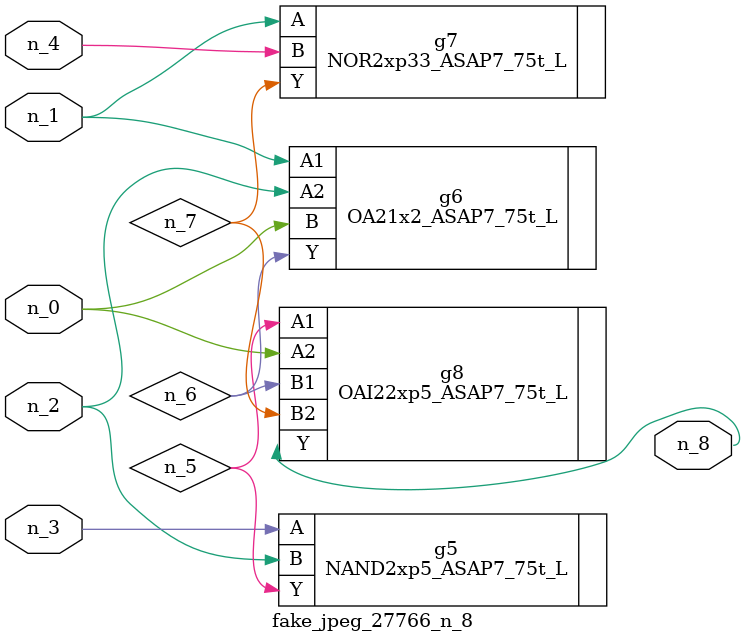
<source format=v>
module fake_jpeg_27766_n_8 (n_3, n_2, n_1, n_0, n_4, n_8);

input n_3;
input n_2;
input n_1;
input n_0;
input n_4;

output n_8;

wire n_6;
wire n_5;
wire n_7;

NAND2xp5_ASAP7_75t_L g5 ( 
.A(n_3),
.B(n_2),
.Y(n_5)
);

OA21x2_ASAP7_75t_L g6 ( 
.A1(n_1),
.A2(n_2),
.B(n_0),
.Y(n_6)
);

NOR2xp33_ASAP7_75t_L g7 ( 
.A(n_1),
.B(n_4),
.Y(n_7)
);

OAI22xp5_ASAP7_75t_L g8 ( 
.A1(n_5),
.A2(n_0),
.B1(n_6),
.B2(n_7),
.Y(n_8)
);


endmodule
</source>
